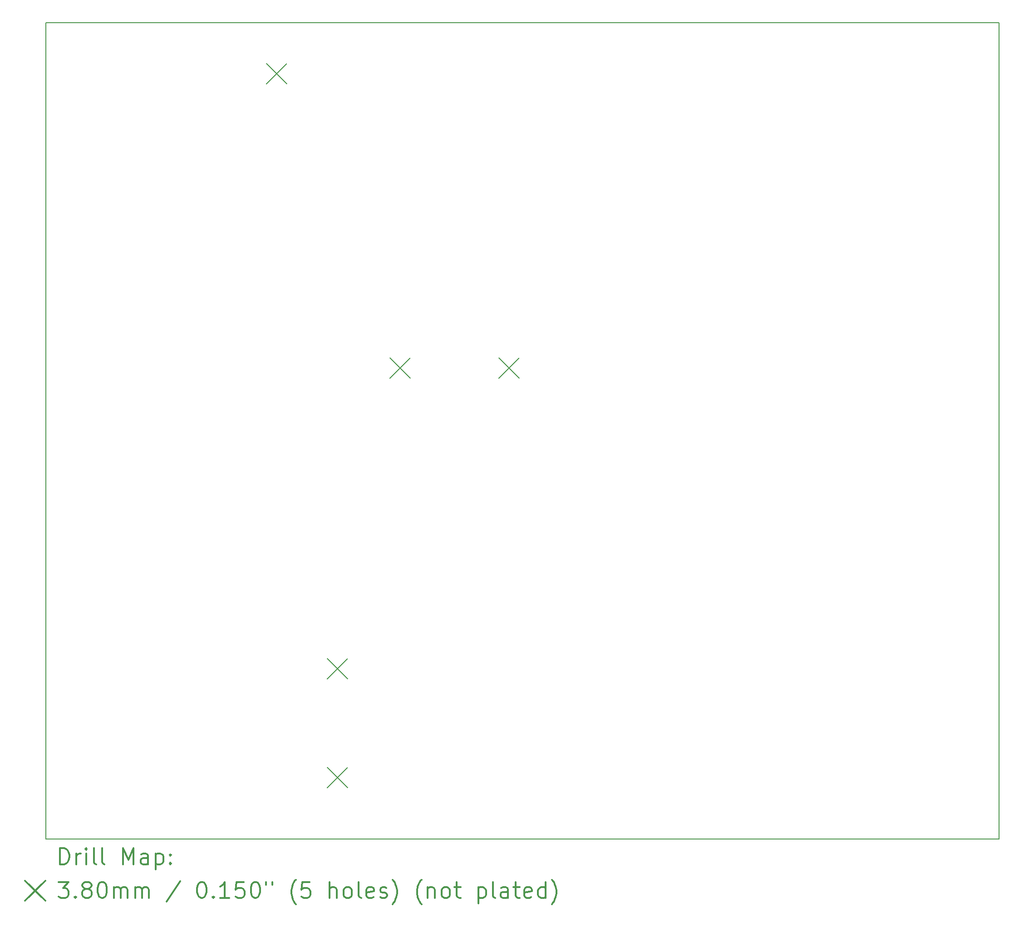
<source format=gbr>
%FSLAX45Y45*%
G04 Gerber Fmt 4.5, Leading zero omitted, Abs format (unit mm)*
G04 Created by KiCad (PCBNEW 4.0.1-stable) date Monday, February 22, 2016 'PMt' 07:07:46 PM*
%MOMM*%
G01*
G04 APERTURE LIST*
%ADD10C,0.127000*%
%ADD11C,0.150000*%
%ADD12C,0.200000*%
%ADD13C,0.300000*%
G04 APERTURE END LIST*
D10*
D11*
X6096000Y-1270000D02*
X6096000Y-16510000D01*
X23876000Y-1270000D02*
X6096000Y-1270000D01*
X23876000Y-16510000D02*
X23876000Y-1270000D01*
X6096000Y-16510000D02*
X23876000Y-16510000D01*
D12*
X10210008Y-2033608D02*
X10589992Y-2413592D01*
X10589992Y-2033608D02*
X10210008Y-2413592D01*
X11341608Y-13145008D02*
X11721592Y-13524992D01*
X11721592Y-13145008D02*
X11341608Y-13524992D01*
X11341608Y-15177008D02*
X11721592Y-15556992D01*
X11721592Y-15177008D02*
X11341608Y-15556992D01*
X12510008Y-7531608D02*
X12889992Y-7911592D01*
X12889992Y-7531608D02*
X12510008Y-7911592D01*
X14542008Y-7531608D02*
X14921992Y-7911592D01*
X14921992Y-7531608D02*
X14542008Y-7911592D01*
D13*
X6359928Y-16983214D02*
X6359928Y-16683214D01*
X6431357Y-16683214D01*
X6474214Y-16697500D01*
X6502786Y-16726071D01*
X6517071Y-16754643D01*
X6531357Y-16811786D01*
X6531357Y-16854643D01*
X6517071Y-16911786D01*
X6502786Y-16940357D01*
X6474214Y-16968929D01*
X6431357Y-16983214D01*
X6359928Y-16983214D01*
X6659928Y-16983214D02*
X6659928Y-16783214D01*
X6659928Y-16840357D02*
X6674214Y-16811786D01*
X6688500Y-16797500D01*
X6717071Y-16783214D01*
X6745643Y-16783214D01*
X6845643Y-16983214D02*
X6845643Y-16783214D01*
X6845643Y-16683214D02*
X6831357Y-16697500D01*
X6845643Y-16711786D01*
X6859928Y-16697500D01*
X6845643Y-16683214D01*
X6845643Y-16711786D01*
X7031357Y-16983214D02*
X7002786Y-16968929D01*
X6988500Y-16940357D01*
X6988500Y-16683214D01*
X7188500Y-16983214D02*
X7159928Y-16968929D01*
X7145643Y-16940357D01*
X7145643Y-16683214D01*
X7531357Y-16983214D02*
X7531357Y-16683214D01*
X7631357Y-16897500D01*
X7731357Y-16683214D01*
X7731357Y-16983214D01*
X8002786Y-16983214D02*
X8002786Y-16826072D01*
X7988500Y-16797500D01*
X7959928Y-16783214D01*
X7902786Y-16783214D01*
X7874214Y-16797500D01*
X8002786Y-16968929D02*
X7974214Y-16983214D01*
X7902786Y-16983214D01*
X7874214Y-16968929D01*
X7859928Y-16940357D01*
X7859928Y-16911786D01*
X7874214Y-16883214D01*
X7902786Y-16868929D01*
X7974214Y-16868929D01*
X8002786Y-16854643D01*
X8145643Y-16783214D02*
X8145643Y-17083214D01*
X8145643Y-16797500D02*
X8174214Y-16783214D01*
X8231357Y-16783214D01*
X8259928Y-16797500D01*
X8274214Y-16811786D01*
X8288500Y-16840357D01*
X8288500Y-16926072D01*
X8274214Y-16954643D01*
X8259928Y-16968929D01*
X8231357Y-16983214D01*
X8174214Y-16983214D01*
X8145643Y-16968929D01*
X8417071Y-16954643D02*
X8431357Y-16968929D01*
X8417071Y-16983214D01*
X8402786Y-16968929D01*
X8417071Y-16954643D01*
X8417071Y-16983214D01*
X8417071Y-16797500D02*
X8431357Y-16811786D01*
X8417071Y-16826072D01*
X8402786Y-16811786D01*
X8417071Y-16797500D01*
X8417071Y-16826072D01*
X5708516Y-17287508D02*
X6088500Y-17667492D01*
X6088500Y-17287508D02*
X5708516Y-17667492D01*
X6331357Y-17313214D02*
X6517071Y-17313214D01*
X6417071Y-17427500D01*
X6459928Y-17427500D01*
X6488500Y-17441786D01*
X6502786Y-17456072D01*
X6517071Y-17484643D01*
X6517071Y-17556072D01*
X6502786Y-17584643D01*
X6488500Y-17598929D01*
X6459928Y-17613214D01*
X6374214Y-17613214D01*
X6345643Y-17598929D01*
X6331357Y-17584643D01*
X6645643Y-17584643D02*
X6659928Y-17598929D01*
X6645643Y-17613214D01*
X6631357Y-17598929D01*
X6645643Y-17584643D01*
X6645643Y-17613214D01*
X6831357Y-17441786D02*
X6802786Y-17427500D01*
X6788500Y-17413214D01*
X6774214Y-17384643D01*
X6774214Y-17370357D01*
X6788500Y-17341786D01*
X6802786Y-17327500D01*
X6831357Y-17313214D01*
X6888500Y-17313214D01*
X6917071Y-17327500D01*
X6931357Y-17341786D01*
X6945643Y-17370357D01*
X6945643Y-17384643D01*
X6931357Y-17413214D01*
X6917071Y-17427500D01*
X6888500Y-17441786D01*
X6831357Y-17441786D01*
X6802786Y-17456072D01*
X6788500Y-17470357D01*
X6774214Y-17498929D01*
X6774214Y-17556072D01*
X6788500Y-17584643D01*
X6802786Y-17598929D01*
X6831357Y-17613214D01*
X6888500Y-17613214D01*
X6917071Y-17598929D01*
X6931357Y-17584643D01*
X6945643Y-17556072D01*
X6945643Y-17498929D01*
X6931357Y-17470357D01*
X6917071Y-17456072D01*
X6888500Y-17441786D01*
X7131357Y-17313214D02*
X7159928Y-17313214D01*
X7188500Y-17327500D01*
X7202786Y-17341786D01*
X7217071Y-17370357D01*
X7231357Y-17427500D01*
X7231357Y-17498929D01*
X7217071Y-17556072D01*
X7202786Y-17584643D01*
X7188500Y-17598929D01*
X7159928Y-17613214D01*
X7131357Y-17613214D01*
X7102786Y-17598929D01*
X7088500Y-17584643D01*
X7074214Y-17556072D01*
X7059928Y-17498929D01*
X7059928Y-17427500D01*
X7074214Y-17370357D01*
X7088500Y-17341786D01*
X7102786Y-17327500D01*
X7131357Y-17313214D01*
X7359928Y-17613214D02*
X7359928Y-17413214D01*
X7359928Y-17441786D02*
X7374214Y-17427500D01*
X7402786Y-17413214D01*
X7445643Y-17413214D01*
X7474214Y-17427500D01*
X7488500Y-17456072D01*
X7488500Y-17613214D01*
X7488500Y-17456072D02*
X7502786Y-17427500D01*
X7531357Y-17413214D01*
X7574214Y-17413214D01*
X7602786Y-17427500D01*
X7617071Y-17456072D01*
X7617071Y-17613214D01*
X7759928Y-17613214D02*
X7759928Y-17413214D01*
X7759928Y-17441786D02*
X7774214Y-17427500D01*
X7802786Y-17413214D01*
X7845643Y-17413214D01*
X7874214Y-17427500D01*
X7888500Y-17456072D01*
X7888500Y-17613214D01*
X7888500Y-17456072D02*
X7902786Y-17427500D01*
X7931357Y-17413214D01*
X7974214Y-17413214D01*
X8002786Y-17427500D01*
X8017071Y-17456072D01*
X8017071Y-17613214D01*
X8602786Y-17298929D02*
X8345643Y-17684643D01*
X8988500Y-17313214D02*
X9017071Y-17313214D01*
X9045643Y-17327500D01*
X9059928Y-17341786D01*
X9074214Y-17370357D01*
X9088500Y-17427500D01*
X9088500Y-17498929D01*
X9074214Y-17556072D01*
X9059928Y-17584643D01*
X9045643Y-17598929D01*
X9017071Y-17613214D01*
X8988500Y-17613214D01*
X8959928Y-17598929D01*
X8945643Y-17584643D01*
X8931357Y-17556072D01*
X8917071Y-17498929D01*
X8917071Y-17427500D01*
X8931357Y-17370357D01*
X8945643Y-17341786D01*
X8959928Y-17327500D01*
X8988500Y-17313214D01*
X9217071Y-17584643D02*
X9231357Y-17598929D01*
X9217071Y-17613214D01*
X9202786Y-17598929D01*
X9217071Y-17584643D01*
X9217071Y-17613214D01*
X9517071Y-17613214D02*
X9345643Y-17613214D01*
X9431357Y-17613214D02*
X9431357Y-17313214D01*
X9402786Y-17356072D01*
X9374214Y-17384643D01*
X9345643Y-17398929D01*
X9788500Y-17313214D02*
X9645643Y-17313214D01*
X9631357Y-17456072D01*
X9645643Y-17441786D01*
X9674214Y-17427500D01*
X9745643Y-17427500D01*
X9774214Y-17441786D01*
X9788500Y-17456072D01*
X9802786Y-17484643D01*
X9802786Y-17556072D01*
X9788500Y-17584643D01*
X9774214Y-17598929D01*
X9745643Y-17613214D01*
X9674214Y-17613214D01*
X9645643Y-17598929D01*
X9631357Y-17584643D01*
X9988500Y-17313214D02*
X10017071Y-17313214D01*
X10045643Y-17327500D01*
X10059928Y-17341786D01*
X10074214Y-17370357D01*
X10088500Y-17427500D01*
X10088500Y-17498929D01*
X10074214Y-17556072D01*
X10059928Y-17584643D01*
X10045643Y-17598929D01*
X10017071Y-17613214D01*
X9988500Y-17613214D01*
X9959928Y-17598929D01*
X9945643Y-17584643D01*
X9931357Y-17556072D01*
X9917071Y-17498929D01*
X9917071Y-17427500D01*
X9931357Y-17370357D01*
X9945643Y-17341786D01*
X9959928Y-17327500D01*
X9988500Y-17313214D01*
X10202786Y-17313214D02*
X10202786Y-17370357D01*
X10317071Y-17313214D02*
X10317071Y-17370357D01*
X10759928Y-17727500D02*
X10745643Y-17713214D01*
X10717071Y-17670357D01*
X10702786Y-17641786D01*
X10688500Y-17598929D01*
X10674214Y-17527500D01*
X10674214Y-17470357D01*
X10688500Y-17398929D01*
X10702786Y-17356072D01*
X10717071Y-17327500D01*
X10745643Y-17284643D01*
X10759928Y-17270357D01*
X11017071Y-17313214D02*
X10874214Y-17313214D01*
X10859928Y-17456072D01*
X10874214Y-17441786D01*
X10902786Y-17427500D01*
X10974214Y-17427500D01*
X11002786Y-17441786D01*
X11017071Y-17456072D01*
X11031357Y-17484643D01*
X11031357Y-17556072D01*
X11017071Y-17584643D01*
X11002786Y-17598929D01*
X10974214Y-17613214D01*
X10902786Y-17613214D01*
X10874214Y-17598929D01*
X10859928Y-17584643D01*
X11388500Y-17613214D02*
X11388500Y-17313214D01*
X11517071Y-17613214D02*
X11517071Y-17456072D01*
X11502785Y-17427500D01*
X11474214Y-17413214D01*
X11431357Y-17413214D01*
X11402785Y-17427500D01*
X11388500Y-17441786D01*
X11702785Y-17613214D02*
X11674214Y-17598929D01*
X11659928Y-17584643D01*
X11645643Y-17556072D01*
X11645643Y-17470357D01*
X11659928Y-17441786D01*
X11674214Y-17427500D01*
X11702785Y-17413214D01*
X11745643Y-17413214D01*
X11774214Y-17427500D01*
X11788500Y-17441786D01*
X11802785Y-17470357D01*
X11802785Y-17556072D01*
X11788500Y-17584643D01*
X11774214Y-17598929D01*
X11745643Y-17613214D01*
X11702785Y-17613214D01*
X11974214Y-17613214D02*
X11945643Y-17598929D01*
X11931357Y-17570357D01*
X11931357Y-17313214D01*
X12202786Y-17598929D02*
X12174214Y-17613214D01*
X12117071Y-17613214D01*
X12088500Y-17598929D01*
X12074214Y-17570357D01*
X12074214Y-17456072D01*
X12088500Y-17427500D01*
X12117071Y-17413214D01*
X12174214Y-17413214D01*
X12202786Y-17427500D01*
X12217071Y-17456072D01*
X12217071Y-17484643D01*
X12074214Y-17513214D01*
X12331357Y-17598929D02*
X12359928Y-17613214D01*
X12417071Y-17613214D01*
X12445643Y-17598929D01*
X12459928Y-17570357D01*
X12459928Y-17556072D01*
X12445643Y-17527500D01*
X12417071Y-17513214D01*
X12374214Y-17513214D01*
X12345643Y-17498929D01*
X12331357Y-17470357D01*
X12331357Y-17456072D01*
X12345643Y-17427500D01*
X12374214Y-17413214D01*
X12417071Y-17413214D01*
X12445643Y-17427500D01*
X12559928Y-17727500D02*
X12574214Y-17713214D01*
X12602786Y-17670357D01*
X12617071Y-17641786D01*
X12631357Y-17598929D01*
X12645643Y-17527500D01*
X12645643Y-17470357D01*
X12631357Y-17398929D01*
X12617071Y-17356072D01*
X12602786Y-17327500D01*
X12574214Y-17284643D01*
X12559928Y-17270357D01*
X13102786Y-17727500D02*
X13088500Y-17713214D01*
X13059928Y-17670357D01*
X13045643Y-17641786D01*
X13031357Y-17598929D01*
X13017071Y-17527500D01*
X13017071Y-17470357D01*
X13031357Y-17398929D01*
X13045643Y-17356072D01*
X13059928Y-17327500D01*
X13088500Y-17284643D01*
X13102786Y-17270357D01*
X13217071Y-17413214D02*
X13217071Y-17613214D01*
X13217071Y-17441786D02*
X13231357Y-17427500D01*
X13259928Y-17413214D01*
X13302786Y-17413214D01*
X13331357Y-17427500D01*
X13345643Y-17456072D01*
X13345643Y-17613214D01*
X13531357Y-17613214D02*
X13502786Y-17598929D01*
X13488500Y-17584643D01*
X13474214Y-17556072D01*
X13474214Y-17470357D01*
X13488500Y-17441786D01*
X13502786Y-17427500D01*
X13531357Y-17413214D01*
X13574214Y-17413214D01*
X13602786Y-17427500D01*
X13617071Y-17441786D01*
X13631357Y-17470357D01*
X13631357Y-17556072D01*
X13617071Y-17584643D01*
X13602786Y-17598929D01*
X13574214Y-17613214D01*
X13531357Y-17613214D01*
X13717071Y-17413214D02*
X13831357Y-17413214D01*
X13759928Y-17313214D02*
X13759928Y-17570357D01*
X13774214Y-17598929D01*
X13802786Y-17613214D01*
X13831357Y-17613214D01*
X14159928Y-17413214D02*
X14159928Y-17713214D01*
X14159928Y-17427500D02*
X14188500Y-17413214D01*
X14245643Y-17413214D01*
X14274214Y-17427500D01*
X14288500Y-17441786D01*
X14302786Y-17470357D01*
X14302786Y-17556072D01*
X14288500Y-17584643D01*
X14274214Y-17598929D01*
X14245643Y-17613214D01*
X14188500Y-17613214D01*
X14159928Y-17598929D01*
X14474214Y-17613214D02*
X14445643Y-17598929D01*
X14431357Y-17570357D01*
X14431357Y-17313214D01*
X14717071Y-17613214D02*
X14717071Y-17456072D01*
X14702786Y-17427500D01*
X14674214Y-17413214D01*
X14617071Y-17413214D01*
X14588500Y-17427500D01*
X14717071Y-17598929D02*
X14688500Y-17613214D01*
X14617071Y-17613214D01*
X14588500Y-17598929D01*
X14574214Y-17570357D01*
X14574214Y-17541786D01*
X14588500Y-17513214D01*
X14617071Y-17498929D01*
X14688500Y-17498929D01*
X14717071Y-17484643D01*
X14817071Y-17413214D02*
X14931357Y-17413214D01*
X14859929Y-17313214D02*
X14859929Y-17570357D01*
X14874214Y-17598929D01*
X14902786Y-17613214D01*
X14931357Y-17613214D01*
X15145643Y-17598929D02*
X15117071Y-17613214D01*
X15059929Y-17613214D01*
X15031357Y-17598929D01*
X15017071Y-17570357D01*
X15017071Y-17456072D01*
X15031357Y-17427500D01*
X15059929Y-17413214D01*
X15117071Y-17413214D01*
X15145643Y-17427500D01*
X15159929Y-17456072D01*
X15159929Y-17484643D01*
X15017071Y-17513214D01*
X15417071Y-17613214D02*
X15417071Y-17313214D01*
X15417071Y-17598929D02*
X15388500Y-17613214D01*
X15331357Y-17613214D01*
X15302786Y-17598929D01*
X15288500Y-17584643D01*
X15274214Y-17556072D01*
X15274214Y-17470357D01*
X15288500Y-17441786D01*
X15302786Y-17427500D01*
X15331357Y-17413214D01*
X15388500Y-17413214D01*
X15417071Y-17427500D01*
X15531357Y-17727500D02*
X15545643Y-17713214D01*
X15574214Y-17670357D01*
X15588500Y-17641786D01*
X15602786Y-17598929D01*
X15617071Y-17527500D01*
X15617071Y-17470357D01*
X15602786Y-17398929D01*
X15588500Y-17356072D01*
X15574214Y-17327500D01*
X15545643Y-17284643D01*
X15531357Y-17270357D01*
M02*

</source>
